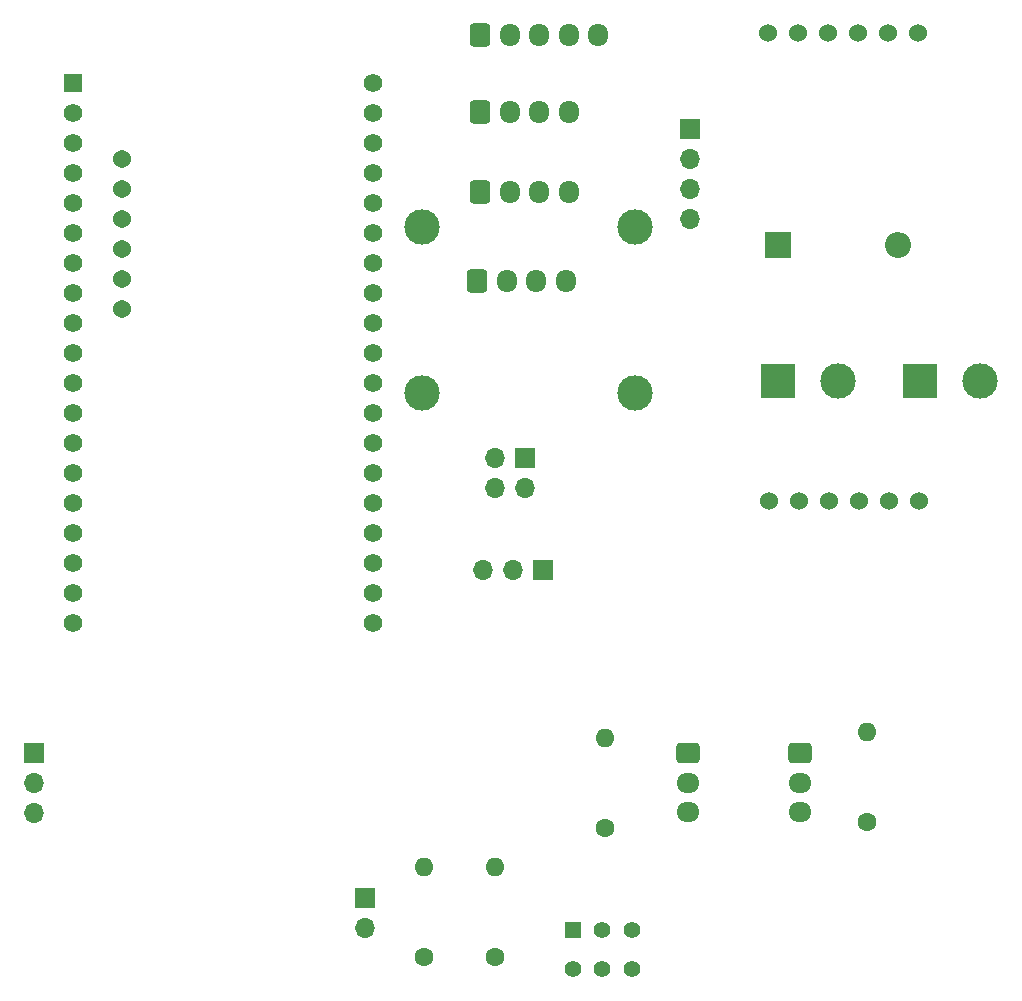
<source format=gbr>
%TF.GenerationSoftware,KiCad,Pcbnew,(6.0.4)*%
%TF.CreationDate,2022-04-08T13:10:10+02:00*%
%TF.ProjectId,TeaSpike v1,54656153-7069-46b6-9520-76312e6b6963,rev?*%
%TF.SameCoordinates,Original*%
%TF.FileFunction,Soldermask,Top*%
%TF.FilePolarity,Negative*%
%FSLAX46Y46*%
G04 Gerber Fmt 4.6, Leading zero omitted, Abs format (unit mm)*
G04 Created by KiCad (PCBNEW (6.0.4)) date 2022-04-08 13:10:10*
%MOMM*%
%LPD*%
G01*
G04 APERTURE LIST*
G04 Aperture macros list*
%AMRoundRect*
0 Rectangle with rounded corners*
0 $1 Rounding radius*
0 $2 $3 $4 $5 $6 $7 $8 $9 X,Y pos of 4 corners*
0 Add a 4 corners polygon primitive as box body*
4,1,4,$2,$3,$4,$5,$6,$7,$8,$9,$2,$3,0*
0 Add four circle primitives for the rounded corners*
1,1,$1+$1,$2,$3*
1,1,$1+$1,$4,$5*
1,1,$1+$1,$6,$7*
1,1,$1+$1,$8,$9*
0 Add four rect primitives between the rounded corners*
20,1,$1+$1,$2,$3,$4,$5,0*
20,1,$1+$1,$4,$5,$6,$7,0*
20,1,$1+$1,$6,$7,$8,$9,0*
20,1,$1+$1,$8,$9,$2,$3,0*%
G04 Aperture macros list end*
%ADD10RoundRect,0.250000X-0.600000X-0.725000X0.600000X-0.725000X0.600000X0.725000X-0.600000X0.725000X0*%
%ADD11O,1.700000X1.950000*%
%ADD12C,1.600000*%
%ADD13O,1.600000X1.600000*%
%ADD14R,1.700000X1.700000*%
%ADD15O,1.700000X1.700000*%
%ADD16R,1.560000X1.560000*%
%ADD17C,1.560000*%
%ADD18C,1.524000*%
%ADD19RoundRect,0.250000X-0.725000X0.600000X-0.725000X-0.600000X0.725000X-0.600000X0.725000X0.600000X0*%
%ADD20O,1.950000X1.700000*%
%ADD21R,1.400000X1.400000*%
%ADD22C,1.400000*%
%ADD23R,3.000000X3.000000*%
%ADD24C,3.000000*%
%ADD25C,1.540000*%
%ADD26R,2.200000X2.200000*%
%ADD27O,2.200000X2.200000*%
G04 APERTURE END LIST*
D10*
%TO.C,DISPLAYcon1*%
X142750000Y-58200000D03*
D11*
X145250000Y-58200000D03*
X147750000Y-58200000D03*
X150250000Y-58200000D03*
%TD*%
D12*
%TO.C,R1*%
X144000000Y-129810000D03*
D13*
X144000000Y-122190000D03*
%TD*%
D14*
%TO.C,SoilMoisturecon1*%
X105000000Y-112475000D03*
D15*
X105000000Y-115015000D03*
X105000000Y-117555000D03*
%TD*%
D16*
%TO.C,ESP32*%
X108300000Y-55740000D03*
D17*
X108300000Y-58280000D03*
X108300000Y-60820000D03*
X108300000Y-63360000D03*
X108300000Y-65900000D03*
X108300000Y-68440000D03*
X108300000Y-70980000D03*
X108300000Y-73520000D03*
X108300000Y-76060000D03*
X108300000Y-78600000D03*
X108300000Y-81140000D03*
X108300000Y-83680000D03*
X108300000Y-86220000D03*
X108300000Y-88760000D03*
X108300000Y-91300000D03*
X108300000Y-93840000D03*
X108300000Y-96380000D03*
X108300000Y-98920000D03*
X108300000Y-101460000D03*
X133700000Y-55740000D03*
X133700000Y-58280000D03*
X133700000Y-60820000D03*
X133700000Y-63360000D03*
X133700000Y-65900000D03*
X133700000Y-68440000D03*
X133700000Y-70980000D03*
X133700000Y-73520000D03*
X133700000Y-76060000D03*
X133700000Y-78600000D03*
X133700000Y-81140000D03*
X133700000Y-83680000D03*
X133700000Y-86220000D03*
X133700000Y-88760000D03*
X133700000Y-91300000D03*
X133700000Y-93840000D03*
X133700000Y-96380000D03*
X133700000Y-98920000D03*
X133700000Y-101460000D03*
%TD*%
D14*
%TO.C,JP1*%
X133000000Y-124750000D03*
D15*
X133000000Y-127290000D03*
%TD*%
D14*
%TO.C,I2Ccon1*%
X160525000Y-59700000D03*
D15*
X160525000Y-62240000D03*
X160525000Y-64780000D03*
X160525000Y-67320000D03*
%TD*%
D14*
%TO.C,PowerSupplycon1*%
X148025000Y-97025000D03*
D15*
X145485000Y-97025000D03*
X142945000Y-97025000D03*
%TD*%
D18*
%TO.C,U_RTC1*%
X167150000Y-51500000D03*
X169690000Y-51500000D03*
X172230000Y-51500000D03*
X174770000Y-51500000D03*
X177310000Y-51500000D03*
X179850000Y-51500000D03*
%TD*%
D10*
%TO.C,LEDSTRIPEcon1*%
X142500000Y-72500000D03*
D11*
X145000000Y-72500000D03*
X147500000Y-72500000D03*
X150000000Y-72500000D03*
%TD*%
D10*
%TO.C,VEML7700con1*%
X142750000Y-65000000D03*
D11*
X145250000Y-65000000D03*
X147750000Y-65000000D03*
X150250000Y-65000000D03*
%TD*%
D12*
%TO.C,RTemp2*%
X153300000Y-118810000D03*
D13*
X153300000Y-111190000D03*
%TD*%
D12*
%TO.C,RTemp1*%
X175500000Y-118310000D03*
D13*
X175500000Y-110690000D03*
%TD*%
D19*
%TO.C,TempProbe1*%
X160300000Y-112500000D03*
D20*
X160300000Y-115000000D03*
X160300000Y-117500000D03*
%TD*%
D12*
%TO.C,R2*%
X138000000Y-129810000D03*
D13*
X138000000Y-122190000D03*
%TD*%
D21*
%TO.C,SW_POWER*%
X150592500Y-127475000D03*
D22*
X153092500Y-127475000D03*
X155592500Y-127475000D03*
X150592500Y-130775000D03*
X153092500Y-130775000D03*
X155592500Y-130775000D03*
%TD*%
D14*
%TO.C,NEOPIXELcon1*%
X146500000Y-87500000D03*
D15*
X143960000Y-87500000D03*
X146500000Y-90040000D03*
X143960000Y-90040000D03*
%TD*%
D10*
%TO.C,SCD30con1*%
X142750000Y-51700000D03*
D11*
X145250000Y-51700000D03*
X147750000Y-51700000D03*
X150250000Y-51700000D03*
X152750000Y-51700000D03*
%TD*%
D19*
%TO.C,TempProbe2*%
X169800000Y-112500000D03*
D20*
X169800000Y-115000000D03*
X169800000Y-117500000D03*
%TD*%
D23*
%TO.C,Batterycon1*%
X167920000Y-81000000D03*
D24*
X173000000Y-81000000D03*
%TD*%
D25*
%TO.C,U2*%
X112450000Y-62200000D03*
X112450000Y-64740000D03*
X112450000Y-67280000D03*
X112450000Y-69820000D03*
X112450000Y-72360000D03*
X112450000Y-74900000D03*
%TD*%
D24*
%TO.C,U1*%
X155810000Y-67995000D03*
X155810000Y-81995000D03*
X137810000Y-67995000D03*
X137810000Y-81995000D03*
%TD*%
D18*
%TO.C,U_SD1*%
X167205000Y-91155000D03*
X169745000Y-91155000D03*
X172285000Y-91155000D03*
X174825000Y-91155000D03*
X177365000Y-91155000D03*
X179905000Y-91155000D03*
%TD*%
D26*
%TO.C,D1*%
X167920000Y-69500000D03*
D27*
X178080000Y-69500000D03*
%TD*%
D23*
%TO.C,Solarcon1*%
X180000000Y-81000000D03*
D24*
X185080000Y-81000000D03*
%TD*%
M02*

</source>
